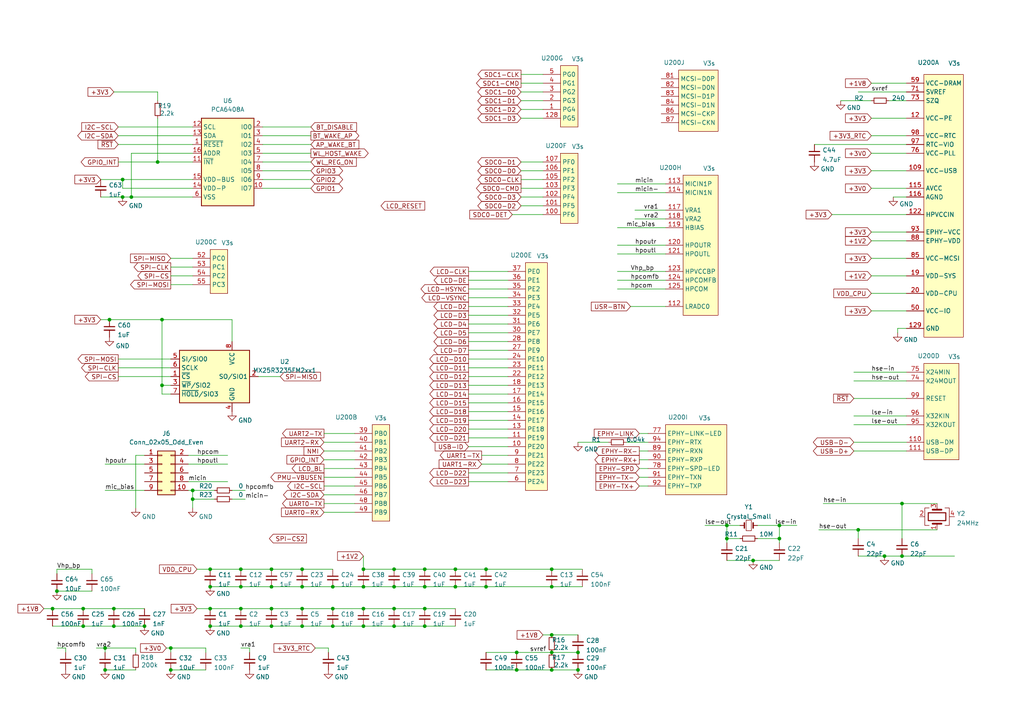
<source format=kicad_sch>
(kicad_sch (version 20211123) (generator eeschema)
  (paper "A4")
  (junction (at 69.85 176.53))
  (junction (at 38.1 57.15))
  (junction (at 49.53 194.31))
  (junction (at 96.52 176.53))
  (junction (at 160.02 165.1))
  (junction (at 210.82 152.4))
  (junction (at 123.19 176.53))
  (junction (at 35.56 57.15))
  (junction (at 15.24 176.53))
  (junction (at 87.63 170.18))
  (junction (at 45.72 46.99))
  (junction (at 24.13 181.61))
  (junction (at 218.44 162.56) (diameter 0.9144))
  (junction (at 114.3 181.61))
  (junction (at 69.85 170.18))
  (junction (at 96.52 170.18))
  (junction (at 123.19 165.1))
  (junction (at 78.74 176.53))
  (junction (at 31.75 92.71))
  (junction (at 167.64 194.31))
  (junction (at 261.62 161.29))
  (junction (at 87.63 176.53))
  (junction (at 149.86 194.31))
  (junction (at 160.02 170.18))
  (junction (at 46.99 111.76))
  (junction (at 96.52 181.61))
  (junction (at 160.02 184.15))
  (junction (at 210.82 156.21))
  (junction (at 30.48 194.31))
  (junction (at 78.74 170.18))
  (junction (at 256.54 161.29) (diameter 0.9144))
  (junction (at 114.3 165.1))
  (junction (at 149.86 189.23))
  (junction (at 60.96 181.61))
  (junction (at 60.96 165.1))
  (junction (at 160.02 194.31))
  (junction (at 78.74 165.1))
  (junction (at 24.13 176.53))
  (junction (at 167.64 189.23))
  (junction (at 114.3 176.53))
  (junction (at 49.53 187.96))
  (junction (at 87.63 181.61))
  (junction (at 140.97 165.1))
  (junction (at 60.96 170.18))
  (junction (at 60.96 176.53))
  (junction (at 16.51 171.45))
  (junction (at 78.74 181.61))
  (junction (at 105.41 165.1))
  (junction (at 114.3 170.18))
  (junction (at 123.19 181.61))
  (junction (at 46.99 92.71))
  (junction (at 261.62 146.05))
  (junction (at 105.41 176.53))
  (junction (at 226.06 156.21))
  (junction (at 140.97 170.18))
  (junction (at 87.63 165.1))
  (junction (at 35.56 52.07))
  (junction (at 69.85 181.61))
  (junction (at 132.08 165.1))
  (junction (at 33.02 176.53))
  (junction (at 30.48 187.96))
  (junction (at 123.19 170.18))
  (junction (at 160.02 189.23))
  (junction (at 105.41 181.61))
  (junction (at 248.92 153.67))
  (junction (at 55.88 144.78))
  (junction (at 41.91 181.61))
  (junction (at 226.06 152.4))
  (junction (at 69.85 165.1))
  (junction (at 33.02 181.61))
  (junction (at 132.08 170.18))
  (junction (at 55.88 142.24))
  (junction (at 105.41 170.18))
  (wire (pts (xy 179.07 55.88) (xy 193.04 55.88)))
  (wire (pts (xy 252.73 67.31) (xy 262.89 67.31)))
  (wire (pts (xy 160.02 165.1) (xy 168.91 165.1)))
  (wire (pts (xy 67.31 144.78) (xy 71.12 144.78)))
  (wire (pts (xy 160.02 170.18) (xy 168.91 170.18)))
  (wire (pts (xy 148.59 62.23) (xy 157.48 62.23)))
  (wire (pts (xy 135.89 116.84) (xy 147.32 116.84)))
  (wire (pts (xy 219.71 152.4) (xy 226.06 152.4)))
  (wire (pts (xy 34.29 109.22) (xy 49.53 109.22)))
  (wire (pts (xy 252.73 69.85) (xy 262.89 69.85)))
  (wire (pts (xy 69.85 170.18) (xy 78.74 170.18)))
  (wire (pts (xy 226.06 152.4) (xy 226.06 156.21)))
  (wire (pts (xy 45.72 34.29) (xy 45.72 46.99)))
  (wire (pts (xy 226.06 156.21) (xy 226.06 157.48)))
  (wire (pts (xy 15.24 176.53) (xy 24.13 176.53)))
  (wire (pts (xy 257.81 29.21) (xy 262.89 29.21)))
  (wire (pts (xy 49.53 82.55) (xy 55.88 82.55)))
  (wire (pts (xy 67.31 99.06) (xy 67.31 92.71)))
  (wire (pts (xy 259.08 57.15) (xy 262.89 57.15)))
  (wire (pts (xy 49.53 80.01) (xy 55.88 80.01)))
  (wire (pts (xy 93.98 143.51) (xy 102.87 143.51)))
  (wire (pts (xy 237.49 153.67) (xy 248.92 153.67)))
  (wire (pts (xy 248.92 153.67) (xy 271.78 153.67)))
  (wire (pts (xy 16.51 165.1) (xy 26.67 165.1)))
  (wire (pts (xy 30.48 194.31) (xy 39.37 194.31)))
  (wire (pts (xy 48.26 187.96) (xy 49.53 187.96)))
  (wire (pts (xy 49.53 187.96) (xy 59.69 187.96)))
  (wire (pts (xy 59.69 189.23) (xy 59.69 187.96)))
  (wire (pts (xy 49.53 187.96) (xy 49.53 189.23)))
  (wire (pts (xy 247.65 107.95) (xy 262.89 107.95)))
  (wire (pts (xy 49.53 77.47) (xy 55.88 77.47)))
  (wire (pts (xy 184.15 63.5) (xy 193.04 63.5)))
  (wire (pts (xy 81.28 109.22) (xy 74.93 109.22)))
  (wire (pts (xy 247.65 123.19) (xy 262.89 123.19)))
  (wire (pts (xy 185.42 133.35) (xy 187.96 133.35)))
  (wire (pts (xy 96.52 176.53) (xy 105.41 176.53)))
  (wire (pts (xy 105.41 176.53) (xy 114.3 176.53)))
  (wire (pts (xy 114.3 176.53) (xy 123.19 176.53)))
  (wire (pts (xy 123.19 176.53) (xy 132.08 176.53)))
  (wire (pts (xy 78.74 170.18) (xy 87.63 170.18)))
  (wire (pts (xy 135.89 129.54) (xy 147.32 129.54)))
  (wire (pts (xy 49.53 114.3) (xy 46.99 114.3)))
  (wire (pts (xy 54.61 139.7) (xy 66.04 139.7)))
  (wire (pts (xy 76.2 46.99) (xy 90.17 46.99)))
  (wire (pts (xy 219.71 156.21) (xy 226.06 156.21)))
  (wire (pts (xy 179.07 83.82) (xy 193.04 83.82)))
  (wire (pts (xy 34.29 41.91) (xy 55.88 41.91)))
  (wire (pts (xy 135.89 99.06) (xy 147.32 99.06)))
  (wire (pts (xy 179.07 78.74) (xy 193.04 78.74)))
  (wire (pts (xy 252.73 24.13) (xy 262.89 24.13)))
  (wire (pts (xy 54.61 134.62) (xy 66.04 134.62)))
  (wire (pts (xy 35.56 57.15) (xy 38.1 57.15)))
  (wire (pts (xy 151.13 46.99) (xy 157.48 46.99)))
  (wire (pts (xy 27.94 187.96) (xy 30.48 187.96)))
  (wire (pts (xy 30.48 187.96) (xy 30.48 189.23)))
  (wire (pts (xy 248.92 153.67) (xy 248.92 156.21)))
  (wire (pts (xy 247.65 110.49) (xy 262.89 110.49)))
  (wire (pts (xy 185.42 130.81) (xy 187.96 130.81)))
  (wire (pts (xy 135.89 86.36) (xy 147.32 86.36)))
  (wire (pts (xy 252.73 90.17) (xy 262.89 90.17)))
  (wire (pts (xy 135.89 111.76) (xy 147.32 111.76)))
  (wire (pts (xy 135.89 81.28) (xy 147.32 81.28)))
  (wire (pts (xy 76.2 52.07) (xy 90.17 52.07)))
  (wire (pts (xy 54.61 142.24) (xy 55.88 142.24)))
  (wire (pts (xy 69.85 187.96) (xy 72.39 187.96)))
  (wire (pts (xy 247.65 128.27) (xy 262.89 128.27)))
  (wire (pts (xy 76.2 44.45) (xy 90.17 44.45)))
  (wire (pts (xy 151.13 49.53) (xy 157.48 49.53)))
  (wire (pts (xy 151.13 21.59) (xy 157.48 21.59)))
  (wire (pts (xy 93.98 128.27) (xy 102.87 128.27)))
  (wire (pts (xy 29.21 57.15) (xy 35.56 57.15)))
  (wire (pts (xy 151.13 54.61) (xy 157.48 54.61)))
  (wire (pts (xy 76.2 36.83) (xy 90.17 36.83)))
  (wire (pts (xy 135.89 101.6) (xy 147.32 101.6)))
  (wire (pts (xy 57.15 176.53) (xy 60.96 176.53)))
  (wire (pts (xy 60.96 176.53) (xy 69.85 176.53)))
  (wire (pts (xy 69.85 176.53) (xy 78.74 176.53)))
  (wire (pts (xy 247.65 120.65) (xy 262.89 120.65)))
  (wire (pts (xy 252.73 80.01) (xy 262.89 80.01)))
  (wire (pts (xy 252.73 44.45) (xy 262.89 44.45)))
  (wire (pts (xy 149.86 194.31) (xy 160.02 194.31)))
  (wire (pts (xy 78.74 176.53) (xy 87.63 176.53)))
  (wire (pts (xy 87.63 176.53) (xy 96.52 176.53)))
  (wire (pts (xy 34.29 46.99) (xy 45.72 46.99)))
  (wire (pts (xy 135.89 121.92) (xy 147.32 121.92)))
  (wire (pts (xy 76.2 41.91) (xy 90.17 41.91)))
  (wire (pts (xy 139.7 134.62) (xy 147.32 134.62)))
  (wire (pts (xy 46.99 92.71) (xy 67.31 92.71)))
  (wire (pts (xy 151.13 29.21) (xy 157.48 29.21)))
  (wire (pts (xy 241.3 62.23) (xy 262.89 62.23)))
  (wire (pts (xy 46.99 111.76) (xy 46.99 92.71)))
  (wire (pts (xy 252.73 49.53) (xy 262.89 49.53)))
  (wire (pts (xy 135.89 83.82) (xy 147.32 83.82)))
  (wire (pts (xy 151.13 59.69) (xy 157.48 59.69)))
  (wire (pts (xy 55.88 144.78) (xy 55.88 147.32)))
  (wire (pts (xy 38.1 44.45) (xy 38.1 57.15)))
  (wire (pts (xy 41.91 132.08) (xy 39.37 132.08)))
  (wire (pts (xy 247.65 130.81) (xy 262.89 130.81)))
  (wire (pts (xy 210.82 152.4) (xy 210.82 156.21)))
  (wire (pts (xy 210.82 156.21) (xy 210.82 157.48)))
  (wire (pts (xy 93.98 130.81) (xy 102.87 130.81)))
  (wire (pts (xy 135.89 106.68) (xy 147.32 106.68)))
  (wire (pts (xy 260.35 95.25) (xy 260.35 96.52)))
  (wire (pts (xy 262.89 95.25) (xy 260.35 95.25)))
  (wire (pts (xy 185.42 135.89) (xy 187.96 135.89)))
  (wire (pts (xy 218.44 162.56) (xy 226.06 162.56)))
  (wire (pts (xy 34.29 106.68) (xy 49.53 106.68)))
  (wire (pts (xy 78.74 165.1) (xy 87.63 165.1)))
  (wire (pts (xy 16.51 171.45) (xy 26.67 171.45)))
  (wire (pts (xy 261.62 146.05) (xy 261.62 156.21)))
  (wire (pts (xy 179.07 73.66) (xy 193.04 73.66)))
  (wire (pts (xy 135.89 137.16) (xy 147.32 137.16)))
  (wire (pts (xy 185.42 140.97) (xy 187.96 140.97)))
  (wire (pts (xy 252.73 54.61) (xy 262.89 54.61)))
  (wire (pts (xy 140.97 170.18) (xy 160.02 170.18)))
  (wire (pts (xy 30.48 142.24) (xy 41.91 142.24)))
  (wire (pts (xy 34.29 104.14) (xy 49.53 104.14)))
  (wire (pts (xy 182.88 88.9) (xy 193.04 88.9)))
  (wire (pts (xy 151.13 34.29) (xy 157.48 34.29)))
  (wire (pts (xy 160.02 194.31) (xy 167.64 194.31)))
  (wire (pts (xy 140.97 194.31) (xy 149.86 194.31)))
  (wire (pts (xy 45.72 46.99) (xy 55.88 46.99)))
  (wire (pts (xy 135.89 124.46) (xy 147.32 124.46)))
  (wire (pts (xy 160.02 189.23) (xy 167.64 189.23)))
  (wire (pts (xy 135.89 114.3) (xy 147.32 114.3)))
  (wire (pts (xy 140.97 165.1) (xy 160.02 165.1)))
  (wire (pts (xy 135.89 88.9) (xy 147.32 88.9)))
  (wire (pts (xy 151.13 26.67) (xy 157.48 26.67)))
  (wire (pts (xy 12.7 176.53) (xy 15.24 176.53)))
  (wire (pts (xy 24.13 176.53) (xy 33.02 176.53)))
  (wire (pts (xy 33.02 176.53) (xy 41.91 176.53)))
  (wire (pts (xy 95.25 187.96) (xy 95.25 189.23)))
  (wire (pts (xy 33.02 26.67) (xy 45.72 26.67)))
  (wire (pts (xy 78.74 181.61) (xy 87.63 181.61)))
  (wire (pts (xy 87.63 181.61) (xy 96.52 181.61)))
  (wire (pts (xy 248.92 26.67) (xy 262.89 26.67)))
  (wire (pts (xy 29.21 52.07) (xy 35.56 52.07)))
  (wire (pts (xy 15.24 181.61) (xy 24.13 181.61)))
  (wire (pts (xy 185.42 138.43) (xy 187.96 138.43)))
  (wire (pts (xy 252.73 39.37) (xy 262.89 39.37)))
  (wire (pts (xy 179.07 66.04) (xy 193.04 66.04)))
  (wire (pts (xy 93.98 146.05) (xy 102.87 146.05)))
  (wire (pts (xy 96.52 181.61) (xy 105.41 181.61)))
  (wire (pts (xy 105.41 181.61) (xy 114.3 181.61)))
  (wire (pts (xy 114.3 181.61) (xy 123.19 181.61)))
  (wire (pts (xy 123.19 181.61) (xy 132.08 181.61)))
  (wire (pts (xy 87.63 165.1) (xy 96.52 165.1)))
  (wire (pts (xy 105.41 165.1) (xy 114.3 165.1)))
  (wire (pts (xy 114.3 165.1) (xy 123.19 165.1)))
  (wire (pts (xy 123.19 165.1) (xy 132.08 165.1)))
  (wire (pts (xy 132.08 165.1) (xy 140.97 165.1)))
  (wire (pts (xy 179.07 71.12) (xy 193.04 71.12)))
  (wire (pts (xy 135.89 96.52) (xy 147.32 96.52)))
  (wire (pts (xy 93.98 138.43) (xy 102.87 138.43)))
  (wire (pts (xy 184.15 60.96) (xy 193.04 60.96)))
  (wire (pts (xy 31.75 92.71) (xy 46.99 92.71)))
  (wire (pts (xy 135.89 93.98) (xy 147.32 93.98)))
  (wire (pts (xy 243.84 29.21) (xy 252.73 29.21)))
  (wire (pts (xy 76.2 54.61) (xy 90.17 54.61)))
  (wire (pts (xy 210.82 162.56) (xy 218.44 162.56)))
  (wire (pts (xy 149.86 189.23) (xy 160.02 189.23)))
  (wire (pts (xy 151.13 24.13) (xy 157.48 24.13)))
  (wire (pts (xy 181.61 128.27) (xy 187.96 128.27)))
  (wire (pts (xy 34.29 36.83) (xy 55.88 36.83)))
  (wire (pts (xy 87.63 170.18) (xy 96.52 170.18)))
  (wire (pts (xy 96.52 170.18) (xy 105.41 170.18)))
  (wire (pts (xy 105.41 170.18) (xy 114.3 170.18)))
  (wire (pts (xy 114.3 170.18) (xy 123.19 170.18)))
  (wire (pts (xy 123.19 170.18) (xy 132.08 170.18)))
  (wire (pts (xy 132.08 170.18) (xy 140.97 170.18)))
  (wire (pts (xy 55.88 142.24) (xy 62.23 142.24)))
  (wire (pts (xy 248.92 161.29) (xy 256.54 161.29)))
  (wire (pts (xy 256.54 161.29) (xy 261.62 161.29)))
  (wire (pts (xy 24.13 181.61) (xy 33.02 181.61)))
  (wire (pts (xy 33.02 181.61) (xy 41.91 181.61)))
  (wire (pts (xy 204.47 152.4) (xy 210.82 152.4)))
  (wire (pts (xy 210.82 152.4) (xy 214.63 152.4)))
  (wire (pts (xy 139.7 132.08) (xy 147.32 132.08)))
  (wire (pts (xy 39.37 187.96) (xy 30.48 187.96)))
  (wire (pts (xy 39.37 189.23) (xy 39.37 187.96)))
  (wire (pts (xy 105.41 161.29) (xy 105.41 165.1)))
  (wire (pts (xy 238.76 146.05) (xy 261.62 146.05)))
  (wire (pts (xy 261.62 146.05) (xy 271.78 146.05)))
  (wire (pts (xy 261.62 161.29) (xy 276.86 161.29)))
  (wire (pts (xy 93.98 125.73) (xy 102.87 125.73)))
  (wire (pts (xy 151.13 57.15) (xy 157.48 57.15)))
  (wire (pts (xy 54.61 132.08) (xy 66.04 132.08)))
  (wire (pts (xy 76.2 39.37) (xy 90.17 39.37)))
  (wire (pts (xy 93.98 148.59) (xy 102.87 148.59)))
  (wire (pts (xy 16.51 165.1) (xy 16.51 166.37)))
  (wire (pts (xy 55.88 142.24) (xy 55.88 144.78)))
  (wire (pts (xy 62.23 144.78) (xy 55.88 144.78)))
  (wire (pts (xy 247.65 115.57) (xy 262.89 115.57)))
  (wire (pts (xy 69.85 165.1) (xy 78.74 165.1)))
  (wire (pts (xy 252.73 85.09) (xy 262.89 85.09)))
  (wire (pts (xy 135.89 78.74) (xy 147.32 78.74)))
  (wire (pts (xy 151.13 52.07) (xy 157.48 52.07)))
  (wire (pts (xy 45.72 26.67) (xy 45.72 29.21)))
  (wire (pts (xy 55.88 44.45) (xy 38.1 44.45)))
  (wire (pts (xy 57.15 165.1) (xy 60.96 165.1)))
  (wire (pts (xy 179.07 53.34) (xy 193.04 53.34)))
  (wire (pts (xy 135.89 119.38) (xy 147.32 119.38)))
  (wire (pts (xy 35.56 54.61) (xy 35.56 52.07)))
  (wire (pts (xy 135.89 109.22) (xy 147.32 109.22)))
  (wire (pts (xy 67.31 142.24) (xy 71.12 142.24)))
  (wire (pts (xy 30.48 134.62) (xy 41.91 134.62)))
  (wire (pts (xy 34.29 39.37) (xy 55.88 39.37)))
  (wire (pts (xy 252.73 34.29) (xy 262.89 34.29)))
  (wire (pts (xy 135.89 91.44) (xy 147.32 91.44)))
  (wire (pts (xy 210.82 156.21) (xy 214.63 156.21)))
  (wire (pts (xy 226.06 152.4) (xy 231.14 152.4)))
  (wire (pts (xy 167.64 128.27) (xy 176.53 128.27)))
  (wire (pts (xy 49.53 194.31) (xy 59.69 194.31)))
  (wire (pts (xy 252.73 74.93) (xy 262.89 74.93)))
  (wire (pts (xy 135.89 139.7) (xy 147.32 139.7)))
  (wire (pts (xy 26.67 165.1) (xy 26.67 166.37)))
  (wire (pts (xy 93.98 135.89) (xy 102.87 135.89)))
  (wire (pts (xy 151.13 31.75) (xy 157.48 31.75)))
  (wire (pts (xy 76.2 49.53) (xy 90.17 49.53)))
  (wire (pts (xy 49.53 74.93) (xy 55.88 74.93)))
  (wire (pts (xy 236.22 41.91) (xy 262.89 41.91)))
  (wire (pts (xy 135.89 104.14) (xy 147.32 104.14)))
  (wire (pts (xy 179.07 81.28) (xy 193.04 81.28)))
  (wire (pts (xy 60.96 170.18) (xy 69.85 170.18)))
  (wire (pts (xy 135.89 127) (xy 147.32 127)))
  (wire (pts (xy 60.96 181.61) (xy 69.85 181.61)))
  (wire (pts (xy 69.85 181.61) (xy 78.74 181.61)))
  (wire (pts (xy 140.97 189.23) (xy 149.86 189.23)))
  (wire (pts (xy 29.21 92.71) (xy 31.75 92.71)))
  (wire (pts (xy 157.48 184.15) (xy 160.02 184.15)))
  (wire (pts (xy 160.02 184.15) (xy 167.64 184.15)))
  (wire (pts (xy 38.1 57.15) (xy 55.88 57.15)))
  (wire (pts (xy 72.39 187.96) (xy 72.39 189.23)))
  (wire (pts (xy 55.88 54.61) (xy 35.56 54.61)))
  (wire (pts (xy 60.96 165.1) (xy 69.85 165.1)))
  (wire (pts (xy 93.98 140.97) (xy 102.87 140.97)))
  (wire (pts (xy 91.44 187.96) (xy 95.25 187.96)))
  (wire (pts (xy 35.56 52.07) (xy 55.88 52.07)))
  (wire (pts (xy 39.37 132.08) (xy 39.37 147.32)))
  (wire (pts (xy 185.42 125.73) (xy 187.96 125.73)))
  (wire (pts (xy 16.51 187.96) (xy 19.05 187.96)))
  (wire (pts (xy 19.05 187.96) (xy 19.05 189.23)))
  (wire (pts (xy 46.99 111.76) (xy 49.53 111.76)))
  (wire (pts (xy 46.99 114.3) (xy 46.99 111.76)))
  (wire (pts (xy 93.98 133.35) (xy 102.87 133.35)))
  (label "vra1" (at 186.69 60.96 0))
  (label "hpcomfb" (at 182.88 81.28 0))
  (label "Vhp_bp" (at 182.88 78.74 0))
  (label "micin-" (at 71.12 144.78 0))
  (label "hpcomfb" (at 16.51 187.96 0))
  (label "hpcom" (at 57.15 132.08 0))
  (label "hpoutr" (at 184.15 71.12 0))
  (label "hse-out" (at 237.49 153.67 0))
  (label "mic_bias" (at 30.48 142.24 0))
  (label "hse-out" (at 252.73 110.49 0))
  (label "hse-in" (at 252.73 107.95 0))
  (label "lse-out" (at 204.47 152.4 0))
  (label "lse-in" (at 224.79 152.4 0))
  (label "hse-in" (at 238.76 146.05 0))
  (label "vra1" (at 69.85 187.96 0))
  (label "hpcomfb" (at 71.12 142.24 0))
  (label "lse-out" (at 252.73 123.19 0))
  (label "micin" (at 54.61 139.7 0))
  (label "vra2" (at 186.69 63.5 0))
  (label "hpcom" (at 182.88 83.82 0))
  (label "hpoutl" (at 57.15 134.62 0))
  (label "hpoutr" (at 30.48 134.62 0))
  (label "mic_bias" (at 181.61 66.04 0))
  (label "lse-in" (at 252.73 120.65 0))
  (label "hpoutl" (at 184.15 73.66 0))
  (label "svref" (at 153.67 189.23 0))
  (label "Vhp_bp" (at 16.51 165.1 0))
  (label "vra2" (at 27.94 187.96 0))
  (label "micin" (at 184.15 53.34 0))
  (label "micin-" (at 184.15 55.88 0))
  (label "svref" (at 252.73 26.67 0))
  (global_label "USB-ID" (shape input) (at 135.89 129.54 180) (property "Intersheet References" "${INTERSHEET_REFS}" (effects hide)))
  (global_label "SDC1-D2" (shape bidirectional) (at 151.13 31.75 180) (property "Intersheet References" "${INTERSHEET_REFS}" (effects hide)))
  (global_label "SDC1-D1" (shape bidirectional) (at 151.13 29.21 180) (property "Intersheet References" "${INTERSHEET_REFS}" (effects hide)))
  (global_label "EPHY-LINK" (shape input) (at 185.42 125.73 180) (property "Intersheet References" "${INTERSHEET_REFS}" (effects hide)))
  (global_label "SDC0-CMD" (shape output) (at 151.13 54.61 180) (property "Intersheet References" "${INTERSHEET_REFS}" (effects hide)))
  (global_label "LCD-D21" (shape output) (at 135.89 127 180) (property "Intersheet References" "${INTERSHEET_REFS}" (effects hide)))
  (global_label "LCD-D18" (shape output) (at 135.89 119.38 180) (property "Intersheet References" "${INTERSHEET_REFS}" (effects hide)))
  (global_label "+1V2" (shape input) (at 252.73 80.01 180) (property "Intersheet References" "${INTERSHEET_REFS}" (effects hide)))
  (global_label "+1V8" (shape input) (at 12.7 176.53 180) (property "Intersheet References" "${INTERSHEET_REFS}" (effects hide)))
  (global_label "SDC0-D3" (shape bidirectional) (at 151.13 57.15 180) (property "Intersheet References" "${INTERSHEET_REFS}" (effects hide)))
  (global_label "+1V2" (shape input) (at 252.73 69.85 180) (property "Intersheet References" "${INTERSHEET_REFS}" (effects hide)))
  (global_label "I2C-SCL" (shape input) (at 34.29 36.83 180) (property "Intersheet References" "${INTERSHEET_REFS}" (effects hide)))
  (global_label "+3V3" (shape input) (at 252.73 67.31 180) (property "Intersheet References" "${INTERSHEET_REFS}" (effects hide)))
  (global_label "EPHY-SPD" (shape input) (at 185.42 135.89 180) (property "Intersheet References" "${INTERSHEET_REFS}" (effects hide)))
  (global_label "LCD-D19" (shape output) (at 135.89 121.92 180) (property "Intersheet References" "${INTERSHEET_REFS}" (effects hide)))
  (global_label "SPI-CS" (shape output) (at 49.53 80.01 180) (property "Intersheet References" "${INTERSHEET_REFS}" (effects hide)))
  (global_label "LCD-D11" (shape output) (at 135.89 106.68 180) (property "Intersheet References" "${INTERSHEET_REFS}" (effects hide)))
  (global_label "SPI-MOSI" (shape output) (at 49.53 82.55 180) (property "Intersheet References" "${INTERSHEET_REFS}" (effects hide)))
  (global_label "LCD-D20" (shape output) (at 135.89 124.46 180) (property "Intersheet References" "${INTERSHEET_REFS}" (effects hide)))
  (global_label "SDC1-D3" (shape bidirectional) (at 151.13 34.29 180) (property "Intersheet References" "${INTERSHEET_REFS}" (effects hide)))
  (global_label "~{RST}" (shape input) (at 34.29 41.91 180) (property "Intersheet References" "${INTERSHEET_REFS}" (effects hide)))
  (global_label "SDC0-DET" (shape input) (at 148.59 62.23 180) (property "Intersheet References" "${INTERSHEET_REFS}" (effects hide)))
  (global_label "UART2-TX" (shape output) (at 93.98 125.73 180) (property "Intersheet References" "${INTERSHEET_REFS}" (effects hide)))
  (global_label "LCD-D22" (shape output) (at 135.89 137.16 180) (property "Intersheet References" "${INTERSHEET_REFS}" (effects hide)))
  (global_label "LCD-D5" (shape output) (at 135.89 96.52 180) (property "Intersheet References" "${INTERSHEET_REFS}" (effects hide)))
  (global_label "+3V3_RTC" (shape input) (at 252.73 39.37 180) (property "Intersheet References" "${INTERSHEET_REFS}" (effects hide)))
  (global_label "+3V0" (shape input) (at 252.73 44.45 180) (property "Intersheet References" "${INTERSHEET_REFS}" (effects hide)))
  (global_label "LCD-VSYNC" (shape output) (at 135.89 86.36 180) (property "Intersheet References" "${INTERSHEET_REFS}" (effects hide)))
  (global_label "USB-D-" (shape bidirectional) (at 247.65 128.27 180) (property "Intersheet References" "${INTERSHEET_REFS}" (effects hide)))
  (global_label "LCD-D12" (shape output) (at 135.89 109.22 180) (property "Intersheet References" "${INTERSHEET_REFS}" (effects hide)))
  (global_label "LCD-D15" (shape output) (at 135.89 116.84 180) (property "Intersheet References" "${INTERSHEET_REFS}" (effects hide)))
  (global_label "BT_WAKE_AP" (shape output) (at 90.17 39.37 0) (property "Intersheet References" "${INTERSHEET_REFS}" (effects hide)))
  (global_label "LCD_RESET" (shape input) (at 110.49 59.69 0) (property "Intersheet References" "${INTERSHEET_REFS}" (effects hide)))
  (global_label "+1V8" (shape input) (at 252.73 24.13 180) (property "Intersheet References" "${INTERSHEET_REFS}" (effects hide)))
  (global_label "LCD-D14" (shape output) (at 135.89 114.3 180) (property "Intersheet References" "${INTERSHEET_REFS}" (effects hide)))
  (global_label "LCD-D10" (shape output) (at 135.89 104.14 180) (property "Intersheet References" "${INTERSHEET_REFS}" (effects hide)))
  (global_label "BT_DISABLE" (shape input) (at 90.17 36.83 0) (property "Intersheet References" "${INTERSHEET_REFS}" (effects hide)))
  (global_label "~{RST}" (shape input) (at 247.65 115.57 180) (property "Intersheet References" "${INTERSHEET_REFS}" (effects hide)))
  (global_label "UART1-RX" (shape input) (at 139.7 134.62 180) (property "Intersheet References" "${INTERSHEET_REFS}" (effects hide)))
  (global_label "SPI-MISO" (shape input) (at 49.53 74.93 180) (property "Intersheet References" "${INTERSHEET_REFS}" (effects hide)))
  (global_label "SDC0-D0" (shape bidirectional) (at 151.13 49.53 180) (property "Intersheet References" "${INTERSHEET_REFS}" (effects hide)))
  (global_label "+3V3" (shape input) (at 252.73 74.93 180) (property "Intersheet References" "${INTERSHEET_REFS}" (effects hide)))
  (global_label "LCD-DE" (shape output) (at 135.89 81.28 180) (property "Intersheet References" "${INTERSHEET_REFS}" (effects hide)))
  (global_label "SPI-CS" (shape output) (at 34.29 109.22 180) (property "Intersheet References" "${INTERSHEET_REFS}" (effects hide)))
  (global_label "+1V8" (shape input) (at 157.48 184.15 180) (property "Intersheet References" "${INTERSHEET_REFS}" (effects hide)))
  (global_label "+3V3" (shape input) (at 29.21 52.07 180) (property "Intersheet References" "${INTERSHEET_REFS}" (effects hide)))
  (global_label "SDC0-D1" (shape bidirectional) (at 151.13 46.99 180) (property "Intersheet References" "${INTERSHEET_REFS}" (effects hide)))
  (global_label "GPIO3" (shape bidirectional) (at 90.17 49.53 0) (property "Intersheet References" "${INTERSHEET_REFS}" (effects hide)))
  (global_label "+3V3" (shape input) (at 57.15 176.53 180) (property "Intersheet References" "${INTERSHEET_REFS}" (effects hide)))
  (global_label "GPIO2" (shape bidirectional) (at 90.17 52.07 0) (property "Intersheet References" "${INTERSHEET_REFS}" (effects hide)))
  (global_label "+3V3" (shape input) (at 33.02 26.67 180) (property "Intersheet References" "${INTERSHEET_REFS}" (effects hide)))
  (global_label "+3V3" (shape input) (at 241.3 62.23 180) (property "Intersheet References" "${INTERSHEET_REFS}" (effects hide)))
  (global_label "SDC0-CLK" (shape output) (at 151.13 52.07 180) (property "Intersheet References" "${INTERSHEET_REFS}" (effects hide)))
  (global_label "VDD_CPU" (shape input) (at 252.73 85.09 180) (property "Intersheet References" "${INTERSHEET_REFS}" (effects hide)))
  (global_label "LCD-HSYNC" (shape output) (at 135.89 83.82 180) (property "Intersheet References" "${INTERSHEET_REFS}" (effects hide)))
  (global_label "WL_REG_ON" (shape input) (at 90.17 46.99 0) (property "Intersheet References" "${INTERSHEET_REFS}" (effects hide)))
  (global_label "SPI-CLK" (shape output) (at 49.53 77.47 180) (property "Intersheet References" "${INTERSHEET_REFS}" (effects hide)))
  (global_label "SDC1-CLK" (shape output) (at 151.13 21.59 180) (property "Intersheet References" "${INTERSHEET_REFS}" (effects hide)))
  (global_label "WL_HOST_WAKE" (shape output) (at 90.17 44.45 0) (property "Intersheet References" "${INTERSHEET_REFS}" (effects hide)))
  (global_label "+3V3" (shape input) (at 252.73 49.53 180) (property "Intersheet References" "${INTERSHEET_REFS}" (effects hide)))
  (global_label "EPHY-RX+" (shape output) (at 185.42 133.35 180) (property "Intersheet References" "${INTERSHEET_REFS}" (effects hide)))
  (global_label "EPHY-TX-" (shape input) (at 185.42 138.43 180) (property "Intersheet References" "${INTERSHEET_REFS}" (effects hide)))
  (global_label "LCD_BL" (shape output) (at 93.98 135.89 180) (property "Intersheet References" "${INTERSHEET_REFS}" (effects hide)))
  (global_label "GPIO1" (shape bidirectional) (at 90.17 54.61 0) (property "Intersheet References" "${INTERSHEET_REFS}" (effects hide)))
  (global_label "LCD-D6" (shape output) (at 135.89 99.06 180) (property "Intersheet References" "${INTERSHEET_REFS}" (effects hide)))
  (global_label "I2C-SCL" (shape output) (at 93.98 140.97 180) (property "Intersheet References" "${INTERSHEET_REFS}" (effects hide)))
  (global_label "LCD-D3" (shape output) (at 135.89 91.44 180) (property "Intersheet References" "${INTERSHEET_REFS}" (effects hide)))
  (global_label "+3V3" (shape input) (at 252.73 34.29 180) (property "Intersheet References" "${INTERSHEET_REFS}" (effects hide)))
  (global_label "PMU-VBUSEN" (shape output) (at 93.98 138.43 180) (property "Intersheet References" "${INTERSHEET_REFS}" (effects hide)))
  (global_label "LCD-CLK" (shape output) (at 135.89 78.74 180) (property "Intersheet References" "${INTERSHEET_REFS}" (effects hide)))
  (global_label "+3V3" (shape input) (at 29.21 92.71 180) (property "Intersheet References" "${INTERSHEET_REFS}" (effects hide)))
  (global_label "SPI-MOSI" (shape output) (at 34.29 104.14 180) (property "Intersheet References" "${INTERSHEET_REFS}" (effects hide)))
  (global_label "+1V2" (shape input) (at 105.41 161.29 180) (property "Intersheet References" "${INTERSHEET_REFS}" (effects hide)))
  (global_label "+3V3" (shape input) (at 252.73 90.17 180) (property "Intersheet References" "${INTERSHEET_REFS}" (effects hide)))
  (global_label "SDC1-CMD" (shape output) (at 151.13 24.13 180) (property "Intersheet References" "${INTERSHEET_REFS}" (effects hide)))
  (global_label "+3V0" (shape input) (at 252.73 54.61 180) (property "Intersheet References" "${INTERSHEET_REFS}" (effects hide)))
  (global_label "UART1-TX" (shape output) (at 139.7 132.08 180) (property "Intersheet References" "${INTERSHEET_REFS}" (effects hide)))
  (global_label "I2C-SDA" (shape bidirectional) (at 93.98 143.51 180) (property "Intersheet References" "${INTERSHEET_REFS}" (effects hide)))
  (global_label "LCD-D13" (shape output) (at 135.89 111.76 180) (property "Intersheet References" "${INTERSHEET_REFS}" (effects hide)))
  (global_label "LCD-D23" (shape output) (at 135.89 139.7 180) (property "Intersheet References" "${INTERSHEET_REFS}" (effects hide)))
  (global_label "LCD-D7" (shape output) (at 135.89 101.6 180) (property "Intersheet References" "${INTERSHEET_REFS}" (effects hide)))
  (global_label "EPHY-RX-" (shape output) (at 185.42 130.81 180) (property "Intersheet References" "${INTERSHEET_REFS}" (effects hide)))
  (global_label "I2C-SDA" (shape bidirectional) (at 34.29 39.37 180) (property "Intersheet References" "${INTERSHEET_REFS}" (effects hide)))
  (global_label "+3V3_RTC" (shape input) (at 91.44 187.96 180) (property "Intersheet References" "${INTERSHEET_REFS}" (effects hide)))
  (global_label "+3V0" (shape input) (at 48.26 187.96 180) (property "Intersheet References" "${INTERSHEET_REFS}" (effects hide)))
  (global_label "UART0-RX" (shape input) (at 93.98 148.59 180) (property "Intersheet References" "${INTERSHEET_REFS}" (effects hide)))
  (global_label "VDD_CPU" (shape input) (at 57.15 165.1 180) (property "Intersheet References" "${INTERSHEET_REFS}" (effects hide)))
  (global_label "EPHY-TX+" (shape input) (at 185.42 140.97 180) (property "Intersheet References" "${INTERSHEET_REFS}" (effects hide)))
  (global_label "GPIO_INT" (shape input) (at 93.98 133.35 180) (property "Intersheet References" "${INTERSHEET_REFS}" (effects hide)))
  (global_label "SPI-CLK" (shape output) (at 34.29 106.68 180) (property "Intersheet References" "${INTERSHEET_REFS}" (effects hide)))
  (global_label "USR-BTN" (shape input) (at 182.88 88.9 180) (property "Intersheet References" "${INTERSHEET_REFS}" (effects hide)))
  (global_label "USB-D+" (shape bidirectional) (at 247.65 130.81 180) (property "Intersheet References" "${INTERSHEET_REFS}" (effects hide)))
  (global_label "LCD-D2" (shape output) (at 135.89 88.9 180) (property "Intersheet References" "${INTERSHEET_REFS}" (effects hide)))
  (global_label "UART0-TX" (shape output) (at 93.98 146.05 180) (property "Intersheet References" "${INTERSHEET_REFS}" (effects hide)))
  (global_label "SDC1-D0" (shape bidirectional) (at 151.13 26.67 180) (property "Intersheet References" "${INTERSHEET_REFS}" (effects hide)))
  (global_label "UART2-RX" (shape input) (at 93.98 128.27 180) (property "Intersheet References" "${INTERSHEET_REFS}" (effects hide)))
  (global_label "LCD-D4" (shape output) (at 135.89 93.98 180) (property "Intersheet References" "${INTERSHEET_REFS}" (effects hide)))
  (global_label "NMI" (shape input) (at 93.98 130.81 180) (property "Intersheet References" "${INTERSHEET_REFS}" (effects hide)))
  (global_label "AP_WAKE_BT" (shape input) (at 90.17 41.91 0) (property "Intersheet References" "${INTERSHEET_REFS}" (effects hide)))
  (global_label "SPI-CS2" (shape output) (at 88.9 156.21 180) (property "Intersheet References" "${INTERSHEET_REFS}" (effects hide)))
  (global_label "GPIO_INT" (shape output) (at 34.29 46.99 180) (property "Intersheet References" "${INTERSHEET_REFS}" (effects hide)))
  (global_label "SDC0-D2" (shape bidirectional) (at 151.13 59.69 180) (property "Intersheet References" "${INTERSHEET_REFS}" (effects hide)))
  (global_label "SPI-MISO" (shape input) (at 81.28 109.22 0) (property "Intersheet References" "${INTERSHEET_REFS}" (effects hide)))
  (symbol (lib_id "allwinner:V3s") (at 200.66 123.19 0) (unit 9)
    (property "Reference" "U200" (at 193.7513 121.0115 0) (effects (justify left)))
    (property "Value" "V3s" (at 202.6413 121.2466 0) (effects (justify left)))
    (property "Footprint" "allwinner:QFP-128_14x14_Pitch0.4mm" (effects hide))
  )
  (symbol (lib_id "Device:R_Small") (at 160.02 191.77 180) (unit 1)
    (property "Reference" "R17" (at 162.0379 190.7043 0))
    (property "Value" "2.2k" (at 162.7815 192.9045 0))
    (property "Footprint" "Resistor_SMD:R_0402_1005Metric" (effects hide))
  )
  (symbol (lib_id "allwinner:V3s") (at 273.05 105.41 0) (unit 4)
    (property "Reference" "U200" (at 266.1413 103.2315 0) (effects (justify left)))
    (property "Value" "V3s" (at 275.0313 103.4666 0) (effects (justify left)))
    (property "Footprint" "allwinner:QFP-128_14x14_Pitch0.4mm" (effects hide))
  )
  (symbol (lib_id "power:GND") (at 67.31 119.38 0) (unit 1)
    (property "Reference" "#PWR0171" (effects hide))
    (property "Value" "GND" (at 71.12 121.92 0))
  )
  (symbol (lib_id "Device:C_Small") (at 114.3 167.64 0) (unit 1)
    (property "Reference" "C39" (at 116.6242 166.7315 0) (effects (justify left)))
    (property "Value" "1uF" (at 116.6242 169.5066 0) (effects (justify left)))
    (property "Footprint" "Capacitor_SMD:C_0402_1005Metric" (effects hide))
  )
  (symbol (lib_id "power:GND") (at 55.88 147.32 0) (unit 1)
    (property "Reference" "#PWR0162" (effects hide))
    (property "Value" "GND" (at 59.69 149.86 0))
  )
  (symbol (lib_id "Device:R_Small") (at 39.37 191.77 180) (unit 1)
    (property "Reference" "R18" (at 42.6579 190.7043 0))
    (property "Value" "200k" (at 43.4015 192.9045 0))
    (property "Footprint" "Resistor_SMD:R_0402_1005Metric" (effects hide))
  )
  (symbol (lib_id "Device:R_Small") (at 45.72 31.75 180) (unit 1)
    (property "Reference" "R19" (at 47.7379 30.6843 0))
    (property "Value" "2.2k" (at 48.4815 32.8845 0))
    (property "Footprint" "Resistor_SMD:R_0402_1005Metric" (effects hide))
  )
  (symbol (lib_id "Device:C_Small") (at 210.82 160.02 0) (unit 1)
    (property "Reference" "C21" (at 213.1442 159.1115 0) (effects (justify left)))
    (property "Value" "22pF" (at 213.1442 161.8866 0) (effects (justify left)))
    (property "Footprint" "Capacitor_SMD:C_0402_1005Metric" (effects hide))
  )
  (symbol (lib_id "allwinner:V3s") (at 63.5 72.39 0) (unit 3)
    (property "Reference" "U200" (at 56.5913 70.2115 0) (effects (justify left)))
    (property "Value" "V3s" (at 64.2113 70.4466 0) (effects (justify left)))
    (property "Footprint" "allwinner:QFP-128_14x14_Pitch0.4mm" (effects hide))
  )
  (symbol (lib_id "Device:C_Small") (at 19.05 191.77 0) (unit 1)
    (property "Reference" "C30" (at 21.3742 190.8615 0) (effects (justify left)))
    (property "Value" "1uF" (at 21.3742 193.6366 0) (effects (justify left)))
    (property "Footprint" "Capacitor_SMD:C_0402_1005Metric" (effects hide))
  )
  (symbol (lib_id "Device:C_Small") (at 30.48 191.77 0) (unit 1)
    (property "Reference" "C31" (at 32.8042 190.8615 0) (effects (justify left)))
    (property "Value" "1uF" (at 32.8042 193.6366 0) (effects (justify left)))
    (property "Footprint" "Capacitor_SMD:C_0402_1005Metric" (effects hide))
  )
  (symbol (lib_id "Device:C_Small") (at 140.97 191.77 0) (unit 1)
    (property "Reference" "C49" (at 143.2942 190.8615 0) (effects (justify left)))
    (property "Value" "100nF" (at 143.2942 193.6366 0) (effects (justify left)))
    (property "Footprint" "Capacitor_SMD:C_0402_1005Metric" (effects hide))
  )
  (symbol (lib_id "power:GND") (at 30.48 194.31 0) (unit 1)
    (property "Reference" "#PWR0149" (effects hide))
    (property "Value" "GND" (at 34.29 196.3326 0))
  )
  (symbol (lib_id "Device:C_Small") (at 132.08 167.64 0) (unit 1)
    (property "Reference" "C41" (at 134.4042 166.7315 0) (effects (justify left)))
    (property "Value" "1uF" (at 134.4042 169.5066 0) (effects (justify left)))
    (property "Footprint" "Capacitor_SMD:C_0402_1005Metric" (effects hide))
  )
  (symbol (lib_id "power:GND") (at 39.37 147.32 0) (unit 1)
    (property "Reference" "#PWR0161" (effects hide))
    (property "Value" "GND" (at 43.18 149.86 0))
  )
  (symbol (lib_id "allwinner:V3s") (at 165.1 19.05 0) (unit 7)
    (property "Reference" "U200" (at 156.9213 16.8715 0) (effects (justify left)))
    (property "Value" "V3s" (at 165.8113 17.1066 0) (effects (justify left)))
    (property "Footprint" "allwinner:QFP-128_14x14_Pitch0.4mm" (effects hide))
  )
  (symbol (lib_id "Device:Crystal_Small") (at 217.17 152.4 0) (unit 1)
    (property "Reference" "Y1" (at 217.17 147.0364 0))
    (property "Value" "Crystal_Small" (at 217.17 149.8115 0))
    (property "Footprint" "Crystal:Crystal_SMD_3215-2Pin_3.2x1.5mm" (effects hide))
  )
  (symbol (lib_id "Device:C_Small") (at 132.08 179.07 0) (unit 1)
    (property "Reference" "C20" (at 134.4042 178.1615 0) (effects (justify left)))
    (property "Value" "1uF" (at 134.4042 180.9366 0) (effects (justify left)))
    (property "Footprint" "Capacitor_SMD:C_0402_1005Metric" (effects hide))
  )
  (symbol (lib_id "Device:R_Small") (at 255.27 29.21 270) (unit 1)
    (property "Reference" "R2" (at 249.1243 28.4621 90))
    (property "Value" "240" (at 260.5917 28.4213 90))
    (property "Footprint" "Resistor_SMD:R_0402_1005Metric" (effects hide))
  )
  (symbol (lib_id "power:GND") (at 167.64 128.27 0) (unit 1)
    (property "Reference" "#PWR0152" (effects hide))
    (property "Value" "GND" (at 171.45 130.2926 0))
  )
  (symbol (lib_id "Device:C_Small") (at 24.13 179.07 0) (unit 1)
    (property "Reference" "C25" (at 26.4542 178.1615 0) (effects (justify left)))
    (property "Value" "1uF" (at 26.4542 180.9366 0) (effects (justify left)))
    (property "Footprint" "Capacitor_SMD:C_0402_1005Metric" (effects hide))
  )
  (symbol (lib_id "Device:C_Small") (at 160.02 167.64 0) (unit 1)
    (property "Reference" "C13" (at 162.3442 166.7315 0) (effects (justify left)))
    (property "Value" "1uF" (at 162.3442 169.5066 0) (effects (justify left)))
    (property "Footprint" "Capacitor_SMD:C_0402_1005Metric" (effects hide))
  )
  (symbol (lib_id "Device:C_Small") (at 69.85 179.07 0) (unit 1)
    (property "Reference" "C2" (at 72.1742 178.1615 0) (effects (justify left)))
    (property "Value" "1uF" (at 72.1742 180.9366 0) (effects (justify left)))
    (property "Footprint" "Capacitor_SMD:C_0402_1005Metric" (effects hide))
  )
  (symbol (lib_id "Device:C_Small") (at 140.97 167.64 0) (unit 1)
    (property "Reference" "C42" (at 143.2942 166.7315 0) (effects (justify left)))
    (property "Value" "1uF" (at 143.2942 169.5066 0) (effects (justify left)))
    (property "Footprint" "Capacitor_SMD:C_0402_1005Metric" (effects hide))
  )
  (symbol (lib_id "allwinner:V3s") (at 165.1 44.45 0) (unit 6)
    (property "Reference" "U200" (at 158.1913 42.2715 0) (effects (justify left)))
    (property "Value" "V3s" (at 165.8113 42.5066 0) (effects (justify left)))
    (property "Footprint" "allwinner:QFP-128_14x14_Pitch0.4mm" (effects hide))
  )
  (symbol (lib_id "Device:C_Small") (at 123.19 179.07 0) (unit 1)
    (property "Reference" "C19" (at 125.5142 178.1615 0) (effects (justify left)))
    (property "Value" "1uF" (at 125.5142 180.9366 0) (effects (justify left)))
    (property "Footprint" "Capacitor_SMD:C_0402_1005Metric" (effects hide))
  )
  (symbol (lib_id "Device:C_Small") (at 60.96 167.64 0) (unit 1)
    (property "Reference" "C11" (at 63.2842 166.7315 0) (effects (justify left)))
    (property "Value" "1uF" (at 63.2842 169.5066 0) (effects (justify left)))
    (property "Footprint" "Capacitor_SMD:C_0402_1005Metric" (effects hide))
  )
  (symbol (lib_id "Device:C_Small") (at 33.02 179.07 0) (unit 1)
    (property "Reference" "C26" (at 35.3442 178.1615 0) (effects (justify left)))
    (property "Value" "100nF" (at 35.3442 180.9366 0) (effects (justify left)))
    (property "Footprint" "Capacitor_SMD:C_0402_1005Metric" (effects hide))
  )
  (symbol (lib_id "Device:C_Small") (at 78.74 179.07 0) (unit 1)
    (property "Reference" "C3" (at 81.0642 178.1615 0) (effects (justify left)))
    (property "Value" "1uF" (at 81.0642 180.9366 0) (effects (justify left)))
    (property "Footprint" "Capacitor_SMD:C_0402_1005Metric" (effects hide))
  )
  (symbol (lib_id "allwinner:V3s") (at 110.49 123.19 0) (unit 2)
    (property "Reference" "U200" (at 97.2313 121.0115 0) (effects (justify left)))
    (property "Value" "V3s" (at 108.6613 121.2466 0) (effects (justify left)))
    (property "Footprint" "allwinner:QFP-128_14x14_Pitch0.4mm" (effects hide))
  )
  (symbol (lib_id "power:GND") (at 256.54 161.29 0) (unit 1)
    (property "Reference" "#PWR0111" (effects hide))
    (property "Value" "GND" (at 260.35 163.3126 0))
  )
  (symbol (lib_id "Device:C_Small") (at 49.53 191.77 0) (unit 1)
    (property "Reference" "C32" (at 51.8542 190.8615 0) (effects (justify left)))
    (property "Value" "10uF" (at 51.8542 193.6366 0) (effects (justify left)))
    (property "Footprint" "Capacitor_SMD:C_0603_1608Metric" (effects hide))
  )
  (symbol (lib_id "Device:C_Small") (at 87.63 167.64 0) (unit 1)
    (property "Reference" "C23" (at 89.9542 166.7315 0) (effects (justify left)))
    (property "Value" "1uF" (at 89.9542 169.5066 0) (effects (justify left)))
    (property "Footprint" "Capacitor_SMD:C_0402_1005Metric" (effects hide))
  )
  (symbol (lib_id "Device:C_Small") (at 31.75 95.25 0) (unit 1)
    (property "Reference" "C60" (at 34.0742 94.3415 0) (effects (justify left)))
    (property "Value" "1uF" (at 34.0742 97.1166 0) (effects (justify left)))
    (property "Footprint" "Capacitor_SMD:C_0402_1005Metric" (effects hide))
  )
  (symbol (lib_id "Device:R_Small") (at 160.02 186.69 180) (unit 1)
    (property "Reference" "R16" (at 162.0379 185.6243 0))
    (property "Value" "2.2k" (at 162.7815 187.8245 0))
    (property "Footprint" "Resistor_SMD:R_0402_1005Metric" (effects hide))
  )
  (symbol (lib_id "Device:R_Small") (at 64.77 142.24 270) (unit 1)
    (property "Reference" "R20" (at 59.69 140.97 90))
    (property "Value" "0" (at 69.85 140.97 90))
    (property "Footprint" "Resistor_SMD:R_0402_1005Metric" (effects hide))
  )
  (symbol (lib_id "power:GND") (at 16.51 171.45 0) (unit 1)
    (property "Reference" "#PWR0175" (effects hide))
    (property "Value" "GND" (at 20.32 173.4726 0))
  )
  (symbol (lib_id "power:GND") (at 31.75 97.79 0) (unit 1)
    (property "Reference" "#PWR0172" (effects hide))
    (property "Value" "GND" (at 35.56 100.33 0))
  )
  (symbol (lib_id "power:GND") (at 60.96 181.61 0) (unit 1)
    (property "Reference" "#PWR0104" (effects hide))
    (property "Value" "GND" (at 64.77 183.6326 0))
  )
  (symbol (lib_id "allwinner:V3s") (at 273.05 21.59 0) (unit 1)
    (property "Reference" "U200" (at 266.1413 18.1415 0) (effects (justify left)))
    (property "Value" "V3s" (at 275.0313 18.3766 0) (effects (justify left)))
    (property "Footprint" "allwinner:QFP-128_14x14_Pitch0.4mm" (effects hide))
  )
  (symbol (lib_id "power:GND") (at 243.84 29.21 0) (unit 1)
    (property "Reference" "#PWR0135" (effects hide))
    (property "Value" "GND" (at 247.65 31.2326 0))
  )
  (symbol (lib_id "Device:C_Small") (at 96.52 167.64 0) (unit 1)
    (property "Reference" "C24" (at 98.8442 166.7315 0) (effects (justify left)))
    (property "Value" "1uF" (at 98.8442 169.5066 0) (effects (justify left)))
    (property "Footprint" "Capacitor_SMD:C_0402_1005Metric" (effects hide))
  )
  (symbol (lib_id "allwinner:V3s") (at 156.21 76.2 0) (unit 5)
    (property "Reference" "U200" (at 148.0313 74.0215 0) (effects (justify left)))
    (property "Value" "V3s" (at 155.6513 74.2566 0) (effects (justify left)))
    (property "Footprint" "allwinner:QFP-128_14x14_Pitch0.4mm" (effects hide))
  )
  (symbol (lib_id "Device:C_Small") (at 59.69 191.77 0) (unit 1)
    (property "Reference" "C33" (at 62.0142 190.8615 0) (effects (justify left)))
    (property "Value" "100nF" (at 62.0142 193.6366 0) (effects (justify left)))
    (property "Footprint" "Capacitor_SMD:C_0402_1005Metric" (effects hide))
  )
  (symbol (lib_id "power:GND") (at 95.25 194.31 0) (unit 1)
    (property "Reference" "#PWR0151" (effects hide))
    (property "Value" "GND" (at 99.06 196.3326 0))
  )
  (symbol (lib_id "Device:C_Small") (at 167.64 191.77 0) (unit 1)
    (property "Reference" "C29" (at 169.9642 190.8615 0) (effects (justify left)))
    (property "Value" "100nF" (at 169.9642 193.6366 0) (effects (justify left)))
    (property "Footprint" "Capacitor_SMD:C_0402_1005Metric" (effects hide))
  )
  (symbol (lib_id "power:GND") (at 72.39 194.31 0) (unit 1)
    (property "Reference" "#PWR0110" (effects hide))
    (property "Value" "GND" (at 76.2 196.3326 0))
  )
  (symbol (lib_id "power:GND") (at 49.53 194.31 0) (unit 1)
    (property "Reference" "#PWR0150" (effects hide))
    (property "Value" "GND" (at 53.34 196.3326 0))
  )
  (symbol (lib_id "Device:C_Small") (at 149.86 191.77 0) (unit 1)
    (property "Reference" "C55" (at 152.1842 190.8615 0) (effects (justify left)))
    (property "Value" "100nF" (at 152.1842 193.6366 0) (effects (justify left)))
    (property "Footprint" "Capacitor_SMD:C_0402_1005Metric" (effects hide))
  )
  (symbol (lib_id "nxp:PCA6408A") (at 66.04 21.59 0) (unit 1)
    (property "Reference" "U6" (at 66.04 29.21 0))
    (property "Value" "PCA6408A" (at 66.04 31.75 0))
    (property "Footprint" "Package_DFN_QFN:QFN-16-1EP_3x3mm_P0.5mm_EP1.7x1.7mm" (effects hide))
  )
  (symbol (lib_id "Device:R_Small") (at 179.07 128.27 270) (unit 1)
    (property "Reference" "R1" (at 172.9243 127.5221 90))
    (property "Value" "6.04k" (at 184.3917 127.4813 90))
    (property "Footprint" "Resistor_SMD:R_0402_1005Metric" (effects hide))
  )
  (symbol (lib_id "Device:C_Small") (at 168.91 167.64 0) (unit 1)
    (property "Reference" "C54" (at 171.2342 166.7315 0) (effects (justify left)))
    (property "Value" "100nF" (at 171.2342 169.5066 0) (effects (justify left)))
    (property "Footprint" "Capacitor_SMD:C_0402_1005Metric" (effects hide))
  )
  (symbol (lib_id "Device:C_Small") (at 167.64 186.69 0) (unit 1)
    (property "Reference" "C28" (at 169.9642 185.7815 0) (effects (justify left)))
    (property "Value" "100nF" (at 169.9642 188.5566 0) (effects (justify left)))
    (property "Footprint" "Capacitor_SMD:C_0402_1005Metric" (effects hide))
  )
  (symbol (lib_id "Device:R_Small") (at 64.77 144.78 270) (unit 1)
    (property "Reference" "R23" (at 59.69 143.51 90))
    (property "Value" "0" (at 69.85 143.51 90))
    (property "Footprint" "Resistor_SMD:R_0402_1005Metric" (effects hide))
  )
  (symbol (lib_id "power:GND") (at 60.96 170.18 0) (unit 1)
    (property "Reference" "#PWR0112" (effects hide))
    (property "Value" "GND" (at 64.77 172.2026 0))
  )
  (symbol (lib_id "Device:C_Small") (at 29.21 54.61 0) (unit 1)
    (property "Reference" "C63" (at 31.5342 53.7015 0) (effects (justify left)))
    (property "Value" "1uF" (at 31.5342 56.4766 0) (effects (justify left)))
    (property "Footprint" "Capacitor_SMD:C_0402_1005Metric" (effects hide))
  )
  (symbol (lib_id "Device:Crystal_GND24") (at 271.78 149.86 90) (unit 1)
    (property "Reference" "Y2" (at 277.4951 148.9515 90) (effects (justify right)))
    (property "Value" "24MHz" (at 277.4951 151.7266 90) (effects (justify right)))
    (property "Footprint" "Crystal:Crystal_SMD_3225-4Pin_3.2x2.5mm" (effects hide))
  )
  (symbol (lib_id "Device:C_Small") (at 41.91 179.07 0) (unit 1)
    (property "Reference" "C27" (at 44.2342 178.1615 0) (effects (justify left)))
    (property "Value" "1nF" (at 44.2342 180.9366 0) (effects (justify left)))
    (property "Footprint" "Capacitor_SMD:C_0402_1005Metric" (effects hide))
  )
  (symbol (lib_id "Device:R_Small") (at 217.17 156.21 270) (unit 1)
    (property "Reference" "R11" (at 212.09 154.94 90))
    (property "Value" "10M" (at 222.25 154.94 90))
    (property "Footprint" "Resistor_SMD:R_0402_1005Metric" (effects hide))
  )
  (symbol (lib_id "Device:C_Small") (at 15.24 179.07 0) (unit 1)
    (property "Reference" "C56" (at 17.5642 178.1615 0) (effects (justify left)))
    (property "Value" "100nF" (at 17.5642 180.9366 0) (effects (justify left)))
    (property "Footprint" "Capacitor_SMD:C_0402_1005Metric" (effects hide))
  )
  (symbol (lib_id "Connector_Generic:Conn_02x05_Odd_Even") (at 46.99 137.16 0) (unit 1)
    (property "Reference" "J6" (at 48.26 125.73 0))
    (property "Value" "Conn_02x05_Odd_Even" (at 48.26 128.27 0))
    (property "Footprint" "Connector_PinHeader_1.27mm:PinHeader_2x05_P1.27mm_Vertical" (effects hide))
  )
  (symbol (lib_id "Device:C_Small") (at 87.63 179.07 0) (unit 1)
    (property "Reference" "C5" (at 89.9542 178.1615 0) (effects (justify left)))
    (property "Value" "1uF" (at 89.9542 180.9366 0) (effects (justify left)))
    (property "Footprint" "Capacitor_SMD:C_0402_1005Metric" (effects hide))
  )
  (symbol (lib_id "Device:C_Small") (at 226.06 160.02 0) (unit 1)
    (property "Reference" "C22" (at 228.3842 159.1115 0) (effects (justify left)))
    (property "Value" "22pF" (at 228.3842 161.8866 0) (effects (justify left)))
    (property "Footprint" "Capacitor_SMD:C_0402_1005Metric" (effects hide))
  )
  (symbol (lib_id "Device:C_Small") (at 123.19 167.64 0) (unit 1)
    (property "Reference" "C40" (at 125.5142 166.7315 0) (effects (justify left)))
    (property "Value" "1uF" (at 125.5142 169.5066 0) (effects (justify left)))
    (property "Footprint" "Capacitor_SMD:C_0402_1005Metric" (effects hide))
  )
  (symbol (lib_id "power:GND") (at 218.44 162.56 0) (unit 1)
    (property "Reference" "#PWR0141" (effects hide))
    (property "Value" "GND" (at 222.25 164.5826 0))
  )
  (symbol (lib_id "Device:C_Small") (at 95.25 191.77 0) (unit 1)
    (property "Reference" "C43" (at 97.5742 190.8615 0) (effects (justify left)))
    (property "Value" "1uF" (at 97.5742 193.6366 0) (effects (justify left)))
    (property "Footprint" "Capacitor_SMD:C_0402_1005Metric" (effects hide))
  )
  (symbol (lib_id "power:GND") (at 260.35 96.52 0) (unit 1)
    (property "Reference" "#PWR0101" (effects hide))
    (property "Value" "GND" (at 264.16 98.5426 0))
  )
  (symbol (lib_id "power:GND") (at 236.22 46.99 0) (unit 1)
    (property "Reference" "#PWR0145" (effects hide))
    (property "Value" "GND" (at 240.03 49.0126 0))
  )
  (symbol (lib_id "Memory_Flash:MX25R3235FM2xx1") (at 62.23 109.22 0) (unit 1)
    (property "Reference" "U2" (at 82.55 104.8893 0))
    (property "Value" "MX25R3235FM2xx1" (at 82.55 107.4293 0))
    (property "Footprint" "Package_SO:SOP-8_5.28x5.23mm_P1.27mm" (effects hide))
    (property "Datasheet" "http://www.macronix.com/Lists/Datasheet/Attachments/7534/MX25R3235F,%20Wide%20Range,%2032Mb,%20v1.6.pdf" (effects hide))
  )
  (symbol (lib_id "Device:C_Small") (at 105.41 179.07 0) (unit 1)
    (property "Reference" "C16" (at 107.7342 178.1615 0) (effects (justify left)))
    (property "Value" "1uF" (at 107.7342 180.9366 0) (effects (justify left)))
    (property "Footprint" "Capacitor_SMD:C_0402_1005Metric" (effects hide))
  )
  (symbol (lib_id "power:GND") (at 35.56 57.15 0) (unit 1)
    (property "Reference" "#PWR0174" (effects hide))
    (property "Value" "GND" (at 39.37 59.69 0))
  )
  (symbol (lib_id "power:GND") (at 19.05 194.31 0) (unit 1)
    (property "Reference" "#PWR0148" (effects hide))
    (property "Value" "GND" (at 22.86 196.3326 0))
  )
  (symbol (lib_id "Device:C_Small") (at 248.92 158.75 0) (unit 1)
    (property "Reference" "C4" (at 251.2442 157.8415 0) (effects (justify left)))
    (property "Value" "22pF" (at 251.2442 160.6166 0) (effects (justify left)))
    (property "Footprint" "Capacitor_SMD:C_0402_1005Metric" (effects hide))
  )
  (symbol (lib_id "Device:C_Small") (at 236.22 44.45 0) (unit 1)
    (property "Reference" "C44" (at 238.5442 43.5415 0) (effects (justify left)))
    (property "Value" "4.7uF" (at 238.5442 46.3166 0) (effects (justify left)))
    (property "Footprint" "Capacitor_SMD:C_0603_1608Metric" (effects hide))
  )
  (symbol (lib_id "Device:C_Small") (at 78.74 167.64 0) (unit 1)
    (property "Reference" "C57" (at 81.0642 166.7315 0) (effects (justify left)))
    (property "Value" "1uF" (at 81.0642 169.5066 0) (effects (justify left)))
    (property "Footprint" "Capacitor_SMD:C_0402_1005Metric" (effects hide))
  )
  (symbol (lib_id "Device:C_Small") (at 72.39 191.77 0) (unit 1)
    (property "Reference" "C9" (at 74.7142 190.8615 0) (effects (justify left)))
    (property "Value" "1uF" (at 74.7142 193.6366 0) (effects (justify left)))
    (property "Footprint" "Capacitor_SMD:C_0402_1005Metric" (effects hide))
  )
  (symbol (lib_id "Device:C_Small") (at 114.3 179.07 0) (unit 1)
    (property "Reference" "C17" (at 116.6242 178.1615 0) (effects (justify left)))
    (property "Value" "1uF" (at 116.6242 180.9366 0) (effects (justify left)))
    (property "Footprint" "Capacitor_SMD:C_0402_1005Metric" (effects hide))
  )
  (symbol (lib_id "Device:C_Small") (at 69.85 167.64 0) (unit 1)
    (property "Reference" "C12" (at 72.1742 166.7315 0) (effects (justify left)))
    (property "Value" "1uF" (at 72.1742 169.5066 0) (effects (justify left)))
    (property "Footprint" "Capacitor_SMD:C_0402_1005Metric" (effects hide))
  )
  (symbol (lib_id "power:GND") (at 167.64 194.31 0) (unit 1)
    (property "Reference" "#PWR0147" (effects hide))
    (property "Value" "GND" (at 171.45 196.3326 0))
  )
  (symbol (lib_id "Device:C_Small") (at 26.67 168.91 0) (unit 1)
    (property "Reference" "C65" (at 28.9942 168.0015 0) (effects (justify left)))
    (property "Value" "100nF" (at 28.9942 170.7766 0) (effects (justify left)))
    (property "Footprint" "Capacitor_SMD:C_0402_1005Metric" (effects hide))
  )
  (symbol (lib_id "power:GND") (at 41.91 181.61 0) (unit 1)
    (property "Reference" "#PWR0146" (effects hide))
    (property "Value" "GND" (at 45.72 183.6326 0))
  )
  (symbol (lib_id "Device:C_Small") (at 16.51 168.91 0) (unit 1)
    (property "Reference" "C64" (at 18.8342 168.0015 0) (effects (justify left)))
    (property "Value" "10uF" (at 18.8342 170.7766 0) (effects (justify left)))
    (property "Footprint" "Capacitor_SMD:C_0603_1608Metric" (effects hide))
  )
  (symbol (lib_id "Device:C_Small") (at 261.62 158.75 0) (unit 1)
    (property "Reference" "C6" (at 263.9442 157.8415 0) (effects (justify left)))
    (property "Value" "22pF" (at 263.9442 160.6166 0) (effects (justify left)))
    (property "Footprint" "Capacitor_SMD:C_0402_1005Metric" (effects hide))
  )
  (symbol (lib_id "allwinner:V3s") (at 201.93 49.53 0) (unit 8)
    (property "Reference" "U200" (at 191.2113 48.6215 0) (effects (justify left)))
    (property "Value" "V3s" (at 203.9113 48.8566 0) (effects (justify left)))
    (property "Footprint" "allwinner:QFP-128_14x14_Pitch0.4mm" (effects hide))
  )
  (symbol (lib_id "power:GND") (at 259.08 57.15 0) (unit 1)
    (property "Reference" "#PWR0102" (effects hide))
    (property "Value" "GND" (at 262.89 59.1726 0))
  )
  (symbol (lib_id "Device:C_Small") (at 96.52 179.07 0) (unit 1)
    (property "Reference" "C18" (at 98.8442 178.1615 0) (effects (justify left)))
    (property "Value" "1uF" (at 98.8442 180.9366 0) (effects (justify left)))
    (property "Footprint" "Capacitor_SMD:C_0402_1005Metric" (effects hide))
  )
  (symbol (lib_id "Device:C_Small") (at 60.96 179.07 0) (unit 1)
    (property "Reference" "C1" (at 63.2842 178.1615 0) (effects (justify left)))
    (property "Value" "1uF" (at 63.2842 180.9366 0) (effects (justify left)))
    (property "Footprint" "Capacitor_SMD:C_0402_1005Metric" (effects hide))
  )
  (symbol (lib_id "Device:C_Small") (at 105.41 167.64 0) (unit 1)
    (property "Reference" "C38" (at 107.7342 166.7315 0) (effects (justify left)))
    (property "Value" "1uF" (at 107.7342 169.5066 0) (effects (justify left)))
    (property "Footprint" "Capacitor_SMD:C_0402_1005Metric" (effects hide))
  )
  (symbol (lib_id "allwinner:V3s") (at 201.93 20.32 0) (unit 10)
    (property "Reference" "U200" (at 192.4813 18.1415 0) (effects (justify left)))
    (property "Value" "V3s" (at 203.9113 18.3766 0) (effects (justify left)))
    (property "Footprint" "allwinner:QFP-128_14x14_Pitch0.4mm" (effects hide))
  )
)
</source>
